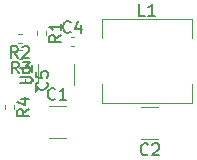
<source format=gbr>
%TF.GenerationSoftware,KiCad,Pcbnew,8.0.8*%
%TF.CreationDate,2025-02-20T13:59:42+03:00*%
%TF.ProjectId,buck_conv,6275636b-5f63-46f6-9e76-2e6b69636164,rev?*%
%TF.SameCoordinates,Original*%
%TF.FileFunction,Legend,Top*%
%TF.FilePolarity,Positive*%
%FSLAX46Y46*%
G04 Gerber Fmt 4.6, Leading zero omitted, Abs format (unit mm)*
G04 Created by KiCad (PCBNEW 8.0.8) date 2025-02-20 13:59:42*
%MOMM*%
%LPD*%
G01*
G04 APERTURE LIST*
%ADD10C,0.150000*%
%ADD11C,0.120000*%
G04 APERTURE END LIST*
D10*
X149024819Y-96956666D02*
X148548628Y-97289999D01*
X149024819Y-97528094D02*
X148024819Y-97528094D01*
X148024819Y-97528094D02*
X148024819Y-97147142D01*
X148024819Y-97147142D02*
X148072438Y-97051904D01*
X148072438Y-97051904D02*
X148120057Y-97004285D01*
X148120057Y-97004285D02*
X148215295Y-96956666D01*
X148215295Y-96956666D02*
X148358152Y-96956666D01*
X148358152Y-96956666D02*
X148453390Y-97004285D01*
X148453390Y-97004285D02*
X148501009Y-97051904D01*
X148501009Y-97051904D02*
X148548628Y-97147142D01*
X148548628Y-97147142D02*
X148548628Y-97528094D01*
X148358152Y-96099523D02*
X149024819Y-96099523D01*
X147977200Y-96337618D02*
X148691485Y-96575713D01*
X148691485Y-96575713D02*
X148691485Y-95956666D01*
X148133333Y-93924819D02*
X147800000Y-93448628D01*
X147561905Y-93924819D02*
X147561905Y-92924819D01*
X147561905Y-92924819D02*
X147942857Y-92924819D01*
X147942857Y-92924819D02*
X148038095Y-92972438D01*
X148038095Y-92972438D02*
X148085714Y-93020057D01*
X148085714Y-93020057D02*
X148133333Y-93115295D01*
X148133333Y-93115295D02*
X148133333Y-93258152D01*
X148133333Y-93258152D02*
X148085714Y-93353390D01*
X148085714Y-93353390D02*
X148038095Y-93401009D01*
X148038095Y-93401009D02*
X147942857Y-93448628D01*
X147942857Y-93448628D02*
X147561905Y-93448628D01*
X148466667Y-92924819D02*
X149085714Y-92924819D01*
X149085714Y-92924819D02*
X148752381Y-93305771D01*
X148752381Y-93305771D02*
X148895238Y-93305771D01*
X148895238Y-93305771D02*
X148990476Y-93353390D01*
X148990476Y-93353390D02*
X149038095Y-93401009D01*
X149038095Y-93401009D02*
X149085714Y-93496247D01*
X149085714Y-93496247D02*
X149085714Y-93734342D01*
X149085714Y-93734342D02*
X149038095Y-93829580D01*
X149038095Y-93829580D02*
X148990476Y-93877200D01*
X148990476Y-93877200D02*
X148895238Y-93924819D01*
X148895238Y-93924819D02*
X148609524Y-93924819D01*
X148609524Y-93924819D02*
X148514286Y-93877200D01*
X148514286Y-93877200D02*
X148466667Y-93829580D01*
X148083333Y-92624819D02*
X147750000Y-92148628D01*
X147511905Y-92624819D02*
X147511905Y-91624819D01*
X147511905Y-91624819D02*
X147892857Y-91624819D01*
X147892857Y-91624819D02*
X147988095Y-91672438D01*
X147988095Y-91672438D02*
X148035714Y-91720057D01*
X148035714Y-91720057D02*
X148083333Y-91815295D01*
X148083333Y-91815295D02*
X148083333Y-91958152D01*
X148083333Y-91958152D02*
X148035714Y-92053390D01*
X148035714Y-92053390D02*
X147988095Y-92101009D01*
X147988095Y-92101009D02*
X147892857Y-92148628D01*
X147892857Y-92148628D02*
X147511905Y-92148628D01*
X148464286Y-91720057D02*
X148511905Y-91672438D01*
X148511905Y-91672438D02*
X148607143Y-91624819D01*
X148607143Y-91624819D02*
X148845238Y-91624819D01*
X148845238Y-91624819D02*
X148940476Y-91672438D01*
X148940476Y-91672438D02*
X148988095Y-91720057D01*
X148988095Y-91720057D02*
X149035714Y-91815295D01*
X149035714Y-91815295D02*
X149035714Y-91910533D01*
X149035714Y-91910533D02*
X148988095Y-92053390D01*
X148988095Y-92053390D02*
X148416667Y-92624819D01*
X148416667Y-92624819D02*
X149035714Y-92624819D01*
X151724819Y-90666666D02*
X151248628Y-90999999D01*
X151724819Y-91238094D02*
X150724819Y-91238094D01*
X150724819Y-91238094D02*
X150724819Y-90857142D01*
X150724819Y-90857142D02*
X150772438Y-90761904D01*
X150772438Y-90761904D02*
X150820057Y-90714285D01*
X150820057Y-90714285D02*
X150915295Y-90666666D01*
X150915295Y-90666666D02*
X151058152Y-90666666D01*
X151058152Y-90666666D02*
X151153390Y-90714285D01*
X151153390Y-90714285D02*
X151201009Y-90761904D01*
X151201009Y-90761904D02*
X151248628Y-90857142D01*
X151248628Y-90857142D02*
X151248628Y-91238094D01*
X151724819Y-89714285D02*
X151724819Y-90285713D01*
X151724819Y-89999999D02*
X150724819Y-89999999D01*
X150724819Y-89999999D02*
X150867676Y-90095237D01*
X150867676Y-90095237D02*
X150962914Y-90190475D01*
X150962914Y-90190475D02*
X151010533Y-90285713D01*
X150519580Y-94666666D02*
X150567200Y-94714285D01*
X150567200Y-94714285D02*
X150614819Y-94857142D01*
X150614819Y-94857142D02*
X150614819Y-94952380D01*
X150614819Y-94952380D02*
X150567200Y-95095237D01*
X150567200Y-95095237D02*
X150471961Y-95190475D01*
X150471961Y-95190475D02*
X150376723Y-95238094D01*
X150376723Y-95238094D02*
X150186247Y-95285713D01*
X150186247Y-95285713D02*
X150043390Y-95285713D01*
X150043390Y-95285713D02*
X149852914Y-95238094D01*
X149852914Y-95238094D02*
X149757676Y-95190475D01*
X149757676Y-95190475D02*
X149662438Y-95095237D01*
X149662438Y-95095237D02*
X149614819Y-94952380D01*
X149614819Y-94952380D02*
X149614819Y-94857142D01*
X149614819Y-94857142D02*
X149662438Y-94714285D01*
X149662438Y-94714285D02*
X149710057Y-94666666D01*
X149614819Y-93761904D02*
X149614819Y-94238094D01*
X149614819Y-94238094D02*
X150091009Y-94285713D01*
X150091009Y-94285713D02*
X150043390Y-94238094D01*
X150043390Y-94238094D02*
X149995771Y-94142856D01*
X149995771Y-94142856D02*
X149995771Y-93904761D01*
X149995771Y-93904761D02*
X150043390Y-93809523D01*
X150043390Y-93809523D02*
X150091009Y-93761904D01*
X150091009Y-93761904D02*
X150186247Y-93714285D01*
X150186247Y-93714285D02*
X150424342Y-93714285D01*
X150424342Y-93714285D02*
X150519580Y-93761904D01*
X150519580Y-93761904D02*
X150567200Y-93809523D01*
X150567200Y-93809523D02*
X150614819Y-93904761D01*
X150614819Y-93904761D02*
X150614819Y-94142856D01*
X150614819Y-94142856D02*
X150567200Y-94238094D01*
X150567200Y-94238094D02*
X150519580Y-94285713D01*
X152533333Y-90399580D02*
X152485714Y-90447200D01*
X152485714Y-90447200D02*
X152342857Y-90494819D01*
X152342857Y-90494819D02*
X152247619Y-90494819D01*
X152247619Y-90494819D02*
X152104762Y-90447200D01*
X152104762Y-90447200D02*
X152009524Y-90351961D01*
X152009524Y-90351961D02*
X151961905Y-90256723D01*
X151961905Y-90256723D02*
X151914286Y-90066247D01*
X151914286Y-90066247D02*
X151914286Y-89923390D01*
X151914286Y-89923390D02*
X151961905Y-89732914D01*
X151961905Y-89732914D02*
X152009524Y-89637676D01*
X152009524Y-89637676D02*
X152104762Y-89542438D01*
X152104762Y-89542438D02*
X152247619Y-89494819D01*
X152247619Y-89494819D02*
X152342857Y-89494819D01*
X152342857Y-89494819D02*
X152485714Y-89542438D01*
X152485714Y-89542438D02*
X152533333Y-89590057D01*
X153390476Y-89828152D02*
X153390476Y-90494819D01*
X153152381Y-89447200D02*
X152914286Y-90161485D01*
X152914286Y-90161485D02*
X153533333Y-90161485D01*
X158833333Y-89054819D02*
X158357143Y-89054819D01*
X158357143Y-89054819D02*
X158357143Y-88054819D01*
X159690476Y-89054819D02*
X159119048Y-89054819D01*
X159404762Y-89054819D02*
X159404762Y-88054819D01*
X159404762Y-88054819D02*
X159309524Y-88197676D01*
X159309524Y-88197676D02*
X159214286Y-88292914D01*
X159214286Y-88292914D02*
X159119048Y-88340533D01*
X148254819Y-94761904D02*
X149064342Y-94761904D01*
X149064342Y-94761904D02*
X149159580Y-94714285D01*
X149159580Y-94714285D02*
X149207200Y-94666666D01*
X149207200Y-94666666D02*
X149254819Y-94571428D01*
X149254819Y-94571428D02*
X149254819Y-94380952D01*
X149254819Y-94380952D02*
X149207200Y-94285714D01*
X149207200Y-94285714D02*
X149159580Y-94238095D01*
X149159580Y-94238095D02*
X149064342Y-94190476D01*
X149064342Y-94190476D02*
X148254819Y-94190476D01*
X149254819Y-93190476D02*
X149254819Y-93761904D01*
X149254819Y-93476190D02*
X148254819Y-93476190D01*
X148254819Y-93476190D02*
X148397676Y-93571428D01*
X148397676Y-93571428D02*
X148492914Y-93666666D01*
X148492914Y-93666666D02*
X148540533Y-93761904D01*
X159083333Y-100759580D02*
X159035714Y-100807200D01*
X159035714Y-100807200D02*
X158892857Y-100854819D01*
X158892857Y-100854819D02*
X158797619Y-100854819D01*
X158797619Y-100854819D02*
X158654762Y-100807200D01*
X158654762Y-100807200D02*
X158559524Y-100711961D01*
X158559524Y-100711961D02*
X158511905Y-100616723D01*
X158511905Y-100616723D02*
X158464286Y-100426247D01*
X158464286Y-100426247D02*
X158464286Y-100283390D01*
X158464286Y-100283390D02*
X158511905Y-100092914D01*
X158511905Y-100092914D02*
X158559524Y-99997676D01*
X158559524Y-99997676D02*
X158654762Y-99902438D01*
X158654762Y-99902438D02*
X158797619Y-99854819D01*
X158797619Y-99854819D02*
X158892857Y-99854819D01*
X158892857Y-99854819D02*
X159035714Y-99902438D01*
X159035714Y-99902438D02*
X159083333Y-99950057D01*
X159464286Y-99950057D02*
X159511905Y-99902438D01*
X159511905Y-99902438D02*
X159607143Y-99854819D01*
X159607143Y-99854819D02*
X159845238Y-99854819D01*
X159845238Y-99854819D02*
X159940476Y-99902438D01*
X159940476Y-99902438D02*
X159988095Y-99950057D01*
X159988095Y-99950057D02*
X160035714Y-100045295D01*
X160035714Y-100045295D02*
X160035714Y-100140533D01*
X160035714Y-100140533D02*
X159988095Y-100283390D01*
X159988095Y-100283390D02*
X159416667Y-100854819D01*
X159416667Y-100854819D02*
X160035714Y-100854819D01*
X151233333Y-96059580D02*
X151185714Y-96107200D01*
X151185714Y-96107200D02*
X151042857Y-96154819D01*
X151042857Y-96154819D02*
X150947619Y-96154819D01*
X150947619Y-96154819D02*
X150804762Y-96107200D01*
X150804762Y-96107200D02*
X150709524Y-96011961D01*
X150709524Y-96011961D02*
X150661905Y-95916723D01*
X150661905Y-95916723D02*
X150614286Y-95726247D01*
X150614286Y-95726247D02*
X150614286Y-95583390D01*
X150614286Y-95583390D02*
X150661905Y-95392914D01*
X150661905Y-95392914D02*
X150709524Y-95297676D01*
X150709524Y-95297676D02*
X150804762Y-95202438D01*
X150804762Y-95202438D02*
X150947619Y-95154819D01*
X150947619Y-95154819D02*
X151042857Y-95154819D01*
X151042857Y-95154819D02*
X151185714Y-95202438D01*
X151185714Y-95202438D02*
X151233333Y-95250057D01*
X152185714Y-96154819D02*
X151614286Y-96154819D01*
X151900000Y-96154819D02*
X151900000Y-95154819D01*
X151900000Y-95154819D02*
X151804762Y-95297676D01*
X151804762Y-95297676D02*
X151709524Y-95392914D01*
X151709524Y-95392914D02*
X151614286Y-95440533D01*
D11*
%TO.C,R4*%
X147780000Y-96636359D02*
X147780000Y-96943641D01*
X147020000Y-96636359D02*
X147020000Y-96943641D01*
%TO.C,R3*%
X148453641Y-91920000D02*
X148146359Y-91920000D01*
X148453641Y-92680000D02*
X148146359Y-92680000D01*
%TO.C,R2*%
X148403641Y-90620000D02*
X148096359Y-90620000D01*
X148403641Y-91380000D02*
X148096359Y-91380000D01*
%TO.C,R1*%
X149720000Y-90346359D02*
X149720000Y-90653641D01*
X150480000Y-90346359D02*
X150480000Y-90653641D01*
%TO.C,C5*%
X148640000Y-94392164D02*
X148640000Y-94607836D01*
X149360000Y-94392164D02*
X149360000Y-94607836D01*
%TO.C,C4*%
X152592164Y-91560000D02*
X152807836Y-91560000D01*
X152592164Y-90840000D02*
X152807836Y-90840000D01*
%TO.C,L1*%
X162810000Y-96460000D02*
X162810000Y-94860000D01*
X162810000Y-89340000D02*
X162810000Y-90940000D01*
X155190000Y-96460000D02*
X162810000Y-96460000D01*
X155190000Y-96460000D02*
X155190000Y-94860000D01*
X155190000Y-89340000D02*
X162810000Y-89340000D01*
X155190000Y-89340000D02*
X155190000Y-90940000D01*
%TO.C,U1*%
X149815000Y-95220000D02*
X149485000Y-95460000D01*
X149485000Y-94980000D01*
X149815000Y-95220000D01*
G36*
X149815000Y-95220000D02*
G01*
X149485000Y-95460000D01*
X149485000Y-94980000D01*
X149815000Y-95220000D01*
G37*
X149740000Y-93920000D02*
X149740000Y-93120000D01*
X149740000Y-93920000D02*
X149740000Y-94720000D01*
X152810000Y-94880000D02*
X152810000Y-93120000D01*
%TO.C,C2*%
X159961252Y-96740000D02*
X158538748Y-96740000D01*
X159961252Y-99460000D02*
X158538748Y-99460000D01*
%TO.C,C1*%
X150688748Y-99360000D02*
X152111252Y-99360000D01*
X150688748Y-96640000D02*
X152111252Y-96640000D01*
%TD*%
M02*

</source>
